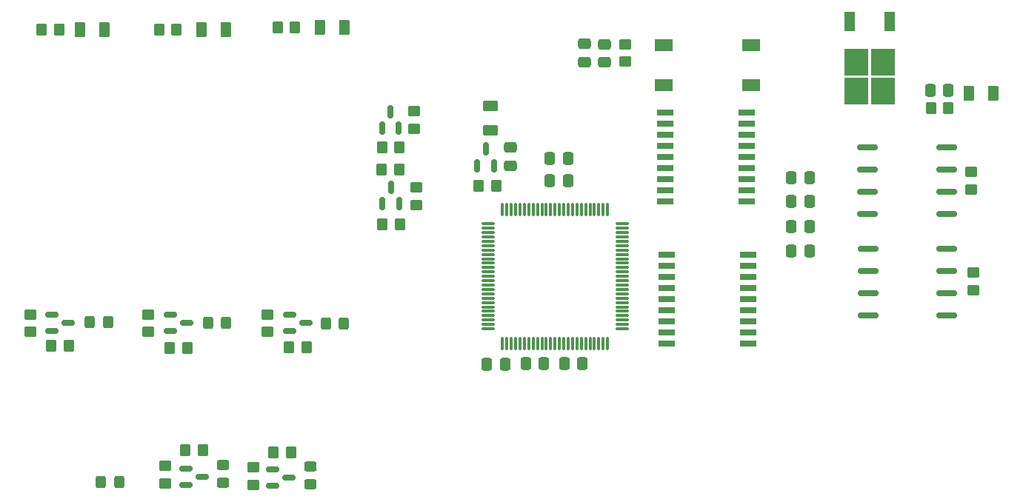
<source format=gtp>
%TF.GenerationSoftware,KiCad,Pcbnew,(6.0.7)*%
%TF.CreationDate,2022-11-19T11:38:31+01:00*%
%TF.ProjectId,placamaster,706c6163-616d-4617-9374-65722e6b6963,v01*%
%TF.SameCoordinates,Original*%
%TF.FileFunction,Paste,Top*%
%TF.FilePolarity,Positive*%
%FSLAX46Y46*%
G04 Gerber Fmt 4.6, Leading zero omitted, Abs format (unit mm)*
G04 Created by KiCad (PCBNEW (6.0.7)) date 2022-11-19 11:38:31*
%MOMM*%
%LPD*%
G01*
G04 APERTURE LIST*
G04 Aperture macros list*
%AMRoundRect*
0 Rectangle with rounded corners*
0 $1 Rounding radius*
0 $2 $3 $4 $5 $6 $7 $8 $9 X,Y pos of 4 corners*
0 Add a 4 corners polygon primitive as box body*
4,1,4,$2,$3,$4,$5,$6,$7,$8,$9,$2,$3,0*
0 Add four circle primitives for the rounded corners*
1,1,$1+$1,$2,$3*
1,1,$1+$1,$4,$5*
1,1,$1+$1,$6,$7*
1,1,$1+$1,$8,$9*
0 Add four rect primitives between the rounded corners*
20,1,$1+$1,$2,$3,$4,$5,0*
20,1,$1+$1,$4,$5,$6,$7,0*
20,1,$1+$1,$6,$7,$8,$9,0*
20,1,$1+$1,$8,$9,$2,$3,0*%
G04 Aperture macros list end*
%ADD10RoundRect,0.250000X-0.337500X-0.475000X0.337500X-0.475000X0.337500X0.475000X-0.337500X0.475000X0*%
%ADD11RoundRect,0.250000X0.350000X0.450000X-0.350000X0.450000X-0.350000X-0.450000X0.350000X-0.450000X0*%
%ADD12RoundRect,0.250000X0.475000X-0.337500X0.475000X0.337500X-0.475000X0.337500X-0.475000X-0.337500X0*%
%ADD13RoundRect,0.162500X-1.012500X-0.162500X1.012500X-0.162500X1.012500X0.162500X-1.012500X0.162500X0*%
%ADD14RoundRect,0.250000X-0.325000X-0.450000X0.325000X-0.450000X0.325000X0.450000X-0.325000X0.450000X0*%
%ADD15RoundRect,0.250000X-0.375000X-0.625000X0.375000X-0.625000X0.375000X0.625000X-0.375000X0.625000X0*%
%ADD16RoundRect,0.250000X-0.450000X0.350000X-0.450000X-0.350000X0.450000X-0.350000X0.450000X0.350000X0*%
%ADD17RoundRect,0.150000X-0.587500X-0.150000X0.587500X-0.150000X0.587500X0.150000X-0.587500X0.150000X0*%
%ADD18RoundRect,0.250000X0.450000X-0.350000X0.450000X0.350000X-0.450000X0.350000X-0.450000X-0.350000X0*%
%ADD19RoundRect,0.150000X0.150000X-0.587500X0.150000X0.587500X-0.150000X0.587500X-0.150000X-0.587500X0*%
%ADD20RoundRect,0.250000X0.625000X-0.375000X0.625000X0.375000X-0.625000X0.375000X-0.625000X-0.375000X0*%
%ADD21RoundRect,0.250000X0.337500X0.475000X-0.337500X0.475000X-0.337500X-0.475000X0.337500X-0.475000X0*%
%ADD22R,2.100000X1.400000*%
%ADD23RoundRect,0.250000X0.450000X-0.325000X0.450000X0.325000X-0.450000X0.325000X-0.450000X-0.325000X0*%
%ADD24RoundRect,0.075000X0.662500X0.075000X-0.662500X0.075000X-0.662500X-0.075000X0.662500X-0.075000X0*%
%ADD25RoundRect,0.075000X0.075000X0.662500X-0.075000X0.662500X-0.075000X-0.662500X0.075000X-0.662500X0*%
%ADD26RoundRect,0.250000X-0.350000X-0.450000X0.350000X-0.450000X0.350000X0.450000X-0.350000X0.450000X0*%
%ADD27R,1.850000X0.650000*%
%ADD28R,2.750000X3.050000*%
%ADD29R,1.200000X2.200000*%
G04 APERTURE END LIST*
D10*
%TO.C,C10*%
X129592600Y-56257400D03*
X131667600Y-56257400D03*
%TD*%
D11*
%TO.C,R22*%
X84850000Y-61560000D03*
X82850000Y-61560000D03*
%TD*%
%TO.C,R2*%
X147523200Y-48285400D03*
X145523200Y-48285400D03*
%TD*%
D12*
%TO.C,C6*%
X105950000Y-43000000D03*
X105950000Y-40925000D03*
%TD*%
D10*
%TO.C,C11*%
X129575000Y-61850000D03*
X131650000Y-61850000D03*
%TD*%
D11*
%TO.C,R14*%
X59317600Y-39333000D03*
X57317600Y-39333000D03*
%TD*%
D13*
%TO.C,U5*%
X138300000Y-52770000D03*
X138300000Y-55310000D03*
X138300000Y-57850000D03*
X138300000Y-60390000D03*
X147350000Y-60390000D03*
X147350000Y-57850000D03*
X147350000Y-55310000D03*
X147350000Y-52770000D03*
%TD*%
D11*
%TO.C,R10*%
X72399400Y-87630000D03*
X70399400Y-87630000D03*
%TD*%
D14*
%TO.C,D6*%
X50688700Y-90985800D03*
X52738700Y-90985800D03*
%TD*%
D15*
%TO.C,D3*%
X149864000Y-46554000D03*
X152664000Y-46554000D03*
%TD*%
D16*
%TO.C,R9*%
X68063700Y-89344200D03*
X68063700Y-91344200D03*
%TD*%
D11*
%TO.C,R12*%
X47015400Y-75468400D03*
X45015400Y-75468400D03*
%TD*%
D10*
%TO.C,C8*%
X129592600Y-58949800D03*
X131667600Y-58949800D03*
%TD*%
D11*
%TO.C,R19*%
X72862400Y-39079000D03*
X70862400Y-39079000D03*
%TD*%
D14*
%TO.C,D7*%
X49410400Y-72776000D03*
X51460400Y-72776000D03*
%TD*%
D12*
%TO.C,C2*%
X97459800Y-54838600D03*
X97459800Y-52763600D03*
%TD*%
D17*
%TO.C,Q7*%
X72237600Y-71882000D03*
X72237600Y-73782000D03*
X74112600Y-72832000D03*
%TD*%
D13*
%TO.C,U6*%
X138325000Y-64340000D03*
X138325000Y-66880000D03*
X138325000Y-69420000D03*
X138325000Y-71960000D03*
X147375000Y-71960000D03*
X147375000Y-69420000D03*
X147375000Y-66880000D03*
X147375000Y-64340000D03*
%TD*%
D11*
%TO.C,R25*%
X74161400Y-75590400D03*
X72161400Y-75590400D03*
%TD*%
D16*
%TO.C,R20*%
X86499600Y-48643400D03*
X86499600Y-50643400D03*
%TD*%
D18*
%TO.C,R11*%
X42621200Y-73861600D03*
X42621200Y-71861600D03*
%TD*%
D19*
%TO.C,Q6*%
X82850000Y-59227500D03*
X84750000Y-59227500D03*
X83800000Y-57352500D03*
%TD*%
D20*
%TO.C,D2*%
X95156000Y-50810500D03*
X95156000Y-48010500D03*
%TD*%
D21*
%TO.C,C14*%
X105689400Y-77520800D03*
X103614400Y-77520800D03*
%TD*%
D11*
%TO.C,R21*%
X84756200Y-55258800D03*
X82756200Y-55258800D03*
%TD*%
D15*
%TO.C,D11*%
X75701200Y-39079000D03*
X78501200Y-39079000D03*
%TD*%
D22*
%TO.C,SW1*%
X124986000Y-45612100D03*
X114986000Y-45612100D03*
X124986000Y-41112100D03*
X114986000Y-41112100D03*
%TD*%
D11*
%TO.C,R15*%
X62338700Y-87344200D03*
X60338700Y-87344200D03*
%TD*%
D15*
%TO.C,D9*%
X62169000Y-39307600D03*
X64969000Y-39307600D03*
%TD*%
D14*
%TO.C,D10*%
X62932200Y-72863200D03*
X64982200Y-72863200D03*
%TD*%
D18*
%TO.C,R3*%
X110554400Y-42961700D03*
X110554400Y-40961700D03*
%TD*%
D19*
%TO.C,D1*%
X93700000Y-54837500D03*
X95600000Y-54837500D03*
X94650000Y-52962500D03*
%TD*%
D23*
%TO.C,D5*%
X74613700Y-91269200D03*
X74613700Y-89219200D03*
%TD*%
D24*
%TO.C,U1*%
X110239500Y-73505700D03*
X110239500Y-73005700D03*
X110239500Y-72505700D03*
X110239500Y-72005700D03*
X110239500Y-71505700D03*
X110239500Y-71005700D03*
X110239500Y-70505700D03*
X110239500Y-70005700D03*
X110239500Y-69505700D03*
X110239500Y-69005700D03*
X110239500Y-68505700D03*
X110239500Y-68005700D03*
X110239500Y-67505700D03*
X110239500Y-67005700D03*
X110239500Y-66505700D03*
X110239500Y-66005700D03*
X110239500Y-65505700D03*
X110239500Y-65005700D03*
X110239500Y-64505700D03*
X110239500Y-64005700D03*
X110239500Y-63505700D03*
X110239500Y-63005700D03*
X110239500Y-62505700D03*
X110239500Y-62005700D03*
X110239500Y-61505700D03*
D25*
X108577000Y-59843200D03*
X108077000Y-59843200D03*
X107577000Y-59843200D03*
X107077000Y-59843200D03*
X106577000Y-59843200D03*
X106077000Y-59843200D03*
X105577000Y-59843200D03*
X105077000Y-59843200D03*
X104577000Y-59843200D03*
X104077000Y-59843200D03*
X103577000Y-59843200D03*
X103077000Y-59843200D03*
X102577000Y-59843200D03*
X102077000Y-59843200D03*
X101577000Y-59843200D03*
X101077000Y-59843200D03*
X100577000Y-59843200D03*
X100077000Y-59843200D03*
X99577000Y-59843200D03*
X99077000Y-59843200D03*
X98577000Y-59843200D03*
X98077000Y-59843200D03*
X97577000Y-59843200D03*
X97077000Y-59843200D03*
X96577000Y-59843200D03*
D24*
X94914500Y-61505700D03*
X94914500Y-62005700D03*
X94914500Y-62505700D03*
X94914500Y-63005700D03*
X94914500Y-63505700D03*
X94914500Y-64005700D03*
X94914500Y-64505700D03*
X94914500Y-65005700D03*
X94914500Y-65505700D03*
X94914500Y-66005700D03*
X94914500Y-66505700D03*
X94914500Y-67005700D03*
X94914500Y-67505700D03*
X94914500Y-68005700D03*
X94914500Y-68505700D03*
X94914500Y-69005700D03*
X94914500Y-69505700D03*
X94914500Y-70005700D03*
X94914500Y-70505700D03*
X94914500Y-71005700D03*
X94914500Y-71505700D03*
X94914500Y-72005700D03*
X94914500Y-72505700D03*
X94914500Y-73005700D03*
X94914500Y-73505700D03*
D25*
X96577000Y-75168200D03*
X97077000Y-75168200D03*
X97577000Y-75168200D03*
X98077000Y-75168200D03*
X98577000Y-75168200D03*
X99077000Y-75168200D03*
X99577000Y-75168200D03*
X100077000Y-75168200D03*
X100577000Y-75168200D03*
X101077000Y-75168200D03*
X101577000Y-75168200D03*
X102077000Y-75168200D03*
X102577000Y-75168200D03*
X103077000Y-75168200D03*
X103577000Y-75168200D03*
X104077000Y-75168200D03*
X104577000Y-75168200D03*
X105077000Y-75168200D03*
X105577000Y-75168200D03*
X106077000Y-75168200D03*
X106577000Y-75168200D03*
X107077000Y-75168200D03*
X107577000Y-75168200D03*
X108077000Y-75168200D03*
X108577000Y-75168200D03*
%TD*%
D11*
%TO.C,R18*%
X84791200Y-52758200D03*
X82791200Y-52758200D03*
%TD*%
D17*
%TO.C,Q2*%
X45034200Y-71861600D03*
X45034200Y-73761600D03*
X46909200Y-72811600D03*
%TD*%
D12*
%TO.C,C7*%
X108250000Y-43050000D03*
X108250000Y-40975000D03*
%TD*%
D16*
%TO.C,R24*%
X69733200Y-71868200D03*
X69733200Y-73868200D03*
%TD*%
D23*
%TO.C,D8*%
X64638700Y-91119200D03*
X64638700Y-89069200D03*
%TD*%
D15*
%TO.C,D4*%
X48275200Y-39307600D03*
X51075200Y-39307600D03*
%TD*%
D21*
%TO.C,C5*%
X147550000Y-46228000D03*
X145475000Y-46228000D03*
%TD*%
D26*
%TO.C,R1*%
X93847400Y-57123500D03*
X95847400Y-57123500D03*
%TD*%
D11*
%TO.C,R17*%
X60521600Y-75682600D03*
X58521600Y-75682600D03*
%TD*%
D27*
%TO.C,U4*%
X124668100Y-75213700D03*
X124668100Y-73943700D03*
X124668100Y-72673700D03*
X124668100Y-71403700D03*
X124668100Y-70133700D03*
X124668100Y-68863700D03*
X124668100Y-67593700D03*
X124668100Y-66323700D03*
X124668100Y-65053700D03*
X115318100Y-65053700D03*
X115318100Y-66323700D03*
X115318100Y-67593700D03*
X115318100Y-68863700D03*
X115318100Y-70133700D03*
X115318100Y-71403700D03*
X115318100Y-72673700D03*
X115318100Y-73943700D03*
X115318100Y-75213700D03*
%TD*%
D28*
%TO.C,U2*%
X140030200Y-43002200D03*
X136980200Y-46352200D03*
X140030200Y-46352200D03*
X136980200Y-43002200D03*
D29*
X140785200Y-38377200D03*
X136225200Y-38377200D03*
%TD*%
D18*
%TO.C,R16*%
X56032400Y-73872600D03*
X56032400Y-71872600D03*
%TD*%
D16*
%TO.C,R13*%
X57988700Y-89194200D03*
X57988700Y-91194200D03*
%TD*%
D10*
%TO.C,C4*%
X101967400Y-56532900D03*
X104042400Y-56532900D03*
%TD*%
D27*
%TO.C,U3*%
X124515700Y-58912200D03*
X124515700Y-57642200D03*
X124515700Y-56372200D03*
X124515700Y-55102200D03*
X124515700Y-53832200D03*
X124515700Y-52562200D03*
X124515700Y-51292200D03*
X124515700Y-50022200D03*
X124515700Y-48752200D03*
X115165700Y-48752200D03*
X115165700Y-50022200D03*
X115165700Y-51292200D03*
X115165700Y-52562200D03*
X115165700Y-53832200D03*
X115165700Y-55102200D03*
X115165700Y-56372200D03*
X115165700Y-57642200D03*
X115165700Y-58912200D03*
%TD*%
D19*
%TO.C,Q5*%
X82816600Y-50548400D03*
X84716600Y-50548400D03*
X83766600Y-48673400D03*
%TD*%
D10*
%TO.C,C9*%
X129575000Y-64593200D03*
X131650000Y-64593200D03*
%TD*%
D16*
%TO.C,R7*%
X150418800Y-67081400D03*
X150418800Y-69081400D03*
%TD*%
D10*
%TO.C,C3*%
X101967400Y-53992900D03*
X104042400Y-53992900D03*
%TD*%
D17*
%TO.C,Q3*%
X60363700Y-89463800D03*
X60363700Y-91363800D03*
X62238700Y-90413800D03*
%TD*%
D11*
%TO.C,R8*%
X45913000Y-39307600D03*
X43913000Y-39307600D03*
%TD*%
D14*
%TO.C,D12*%
X76403200Y-72898000D03*
X78453200Y-72898000D03*
%TD*%
D16*
%TO.C,R23*%
X86690200Y-57327800D03*
X86690200Y-59327800D03*
%TD*%
D17*
%TO.C,Q1*%
X70313700Y-89544200D03*
X70313700Y-91444200D03*
X72188700Y-90494200D03*
%TD*%
D21*
%TO.C,C12*%
X96875600Y-77546200D03*
X94800600Y-77546200D03*
%TD*%
D16*
%TO.C,R6*%
X150139400Y-55549800D03*
X150139400Y-57549800D03*
%TD*%
D21*
%TO.C,C13*%
X101287400Y-77520800D03*
X99212400Y-77520800D03*
%TD*%
D17*
%TO.C,Q4*%
X58623200Y-71872600D03*
X58623200Y-73772600D03*
X60498200Y-72822600D03*
%TD*%
M02*

</source>
